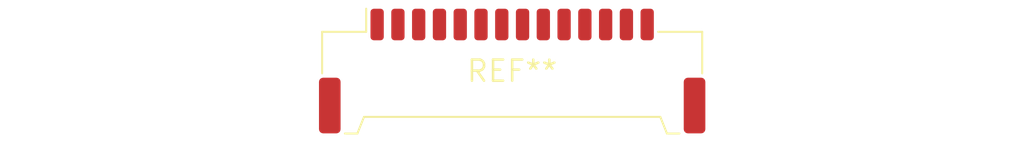
<source format=kicad_pcb>
(kicad_pcb (version 20240108) (generator pcbnew)
  (layers (0 "F.Cu" signal) (31 "B.Cu" signal) (34 "B.Paste" user) (35 "F.Paste" user) (36 "B.SilkS" user "B.Silkscreen") (37 "F.SilkS" user "F.Silkscreen") (38 "B.Mask" user) (39 "F.Mask" user) (44 "Edge.Cuts" user))
  (net 0 "")
  (footprint "Molex_Panelmate_53780-1470_1x14-1MP_P1.25mm_Horizontal" (layer "F.Cu") (at 0 0)
    (property "Reference" "REF**")
    (property "Value" "Molex_Panelmate_53780-1470_1x14-1MP_P1.25mm_Horizontal")
    (fp_line (start -11.435 -2.36) (end -8.785 -2.36) (layer "F.SilkS") (stroke (width 0.12)))
    (fp_line (start -11.435 0.14) (end -11.435 -2.36) (layer "F.SilkS") (stroke (width 0.12)))
    (fp_line (start -10.065 3.76) (end -9.315 3.76) (layer "F.SilkS") (stroke (width 0.12)))
    (fp_line (start -9.315 3.76) (end -8.915 2.76) (layer "F.SilkS") (stroke (width 0.12)))
    (fp_line (start -8.915 2.76) (end 8.915 2.76) (layer "F.SilkS") (stroke (width 0.12)))
    (fp_line (start -8.785 -2.36) (end -8.785 -3.75) (layer "F.SilkS") (stroke (width 0.12)))
    (fp_line (start 8.915 2.76) (end 9.315 3.76) (layer "F.SilkS") (stroke (width 0.12)))
    (fp_line (start 9.315 3.76) (end 10.065 3.76) (layer "F.SilkS") (stroke (width 0.12)))
    (fp_line (start 11.435 -2.36) (end 8.785 -2.36) (layer "F.SilkS") (stroke (width 0.12)))
    (fp_line (start 11.435 0.14) (end 11.435 -2.36) (layer "F.SilkS") (stroke (width 0.12)))
    (pad "1" smd roundrect (at -8.125 -2.8) (size 0.8 1.9) (layers "F.Cu" "F.Paste" "F.Mask"))
    (pad "2" smd roundrect (at -6.875 -2.8) (size 0.8 1.9) (layers "F.Cu" "F.Paste" "F.Mask"))
    (pad "3" smd roundrect (at -5.625 -2.8) (size 0.8 1.9) (layers "F.Cu" "F.Paste" "F.Mask"))
    (pad "4" smd roundrect (at -4.375 -2.8) (size 0.8 1.9) (layers "F.Cu" "F.Paste" "F.Mask"))
    (pad "5" smd roundrect (at -3.125 -2.8) (size 0.8 1.9) (layers "F.Cu" "F.Paste" "F.Mask"))
    (pad "6" smd roundrect (at -1.875 -2.8) (size 0.8 1.9) (layers "F.Cu" "F.Paste" "F.Mask"))
    (pad "7" smd roundrect (at -0.625 -2.8) (size 0.8 1.9) (layers "F.Cu" "F.Paste" "F.Mask"))
    (pad "8" smd roundrect (at 0.625 -2.8) (size 0.8 1.9) (layers "F.Cu" "F.Paste" "F.Mask"))
    (pad "9" smd roundrect (at 1.875 -2.8) (size 0.8 1.9) (layers "F.Cu" "F.Paste" "F.Mask"))
    (pad "10" smd roundrect (at 3.125 -2.8) (size 0.8 1.9) (layers "F.Cu" "F.Paste" "F.Mask"))
    (pad "11" smd roundrect (at 4.375 -2.8) (size 0.8 1.9) (layers "F.Cu" "F.Paste" "F.Mask"))
    (pad "12" smd roundrect (at 5.625 -2.8) (size 0.8 1.9) (layers "F.Cu" "F.Paste" "F.Mask"))
    (pad "13" smd roundrect (at 6.875 -2.8) (size 0.8 1.9) (layers "F.Cu" "F.Paste" "F.Mask"))
    (pad "14" smd roundrect (at 8.125 -2.8) (size 0.8 1.9) (layers "F.Cu" "F.Paste" "F.Mask"))
    (pad "MP" smd roundrect (at -10.975 2.075) (size 1.3 3.35) (layers "F.Cu" "F.Paste" "F.Mask") (roundrect_rratio 0.192308))
    (pad "MP" smd roundrect (at 10.975 2.075) (size 1.3 3.35) (layers "F.Cu" "F.Paste" "F.Mask") (roundrect_rratio 0.192308))
  )
)
</source>
